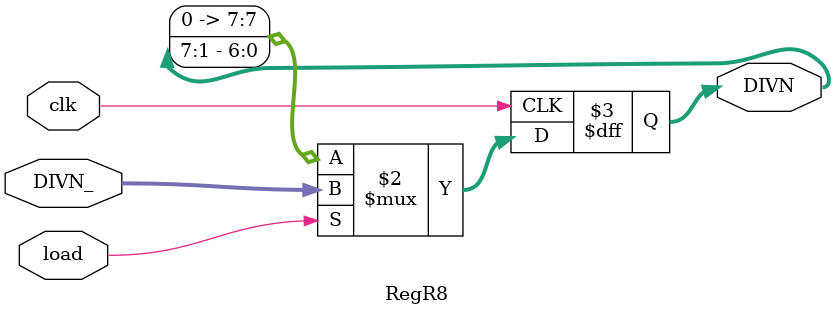
<source format=v>
module RegR8(load, clk, DIVN_, DIVN);
input load,clk;
input [7:0]DIVN_;
output reg[7:0]DIVN;
wire [7:0]d;

always@(negedge clk)
  DIVN<=(load)?DIVN_:{1'b0,DIVN[7:1]}; 
  
endmodule 
</source>
